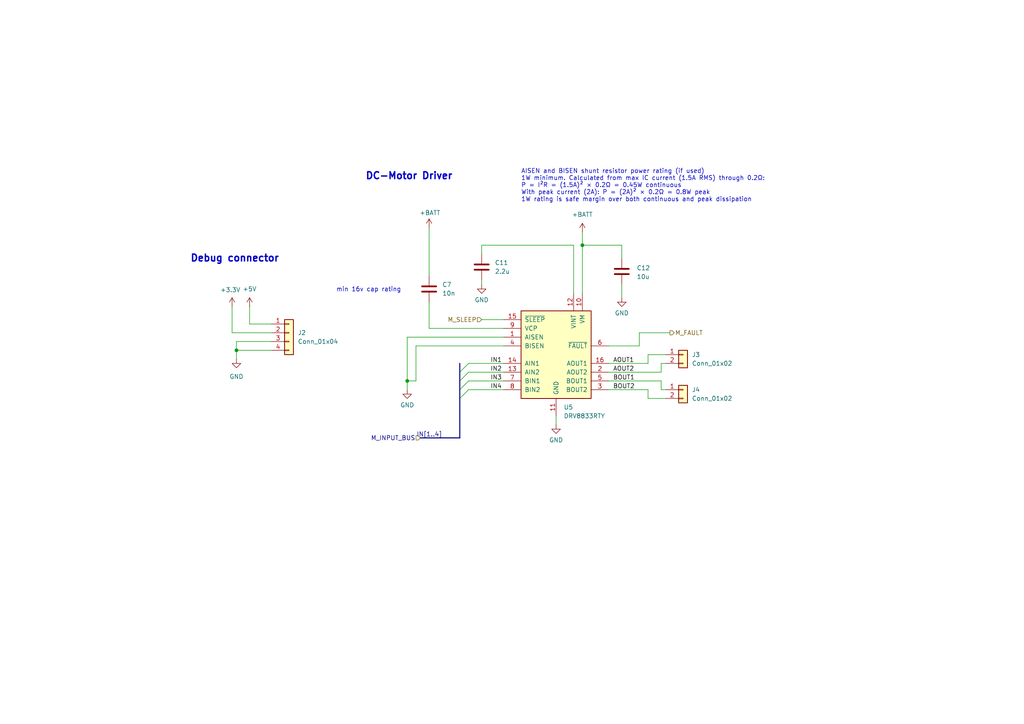
<source format=kicad_sch>
(kicad_sch (version 20231120) (generator "eeschema") (generator_version "8.0")
  (paper "A4")
  (lib_symbols
    (symbol "Connector_Generic:Conn_01x02" (pin_names (offset 1.016) hide)
      (property "Reference" "J" (at 0 2.54 0))
      (property "Value" "Conn_01x02" (at 0 -5.08 0))
      (symbol "Conn_01x02_1_1"
        (rectangle (start -1.27 -2.413) (end 0 -2.667) (stroke (width 0.1524)))
        (rectangle (start -1.27 0.127) (end 0 -0.127) (stroke (width 0.1524)))
        (rectangle (start -1.27 1.27) (end 1.27 -3.81) (stroke (width 0.254)) (fill (type background)))
        (pin passive line (at -5.08 0 0) (length 3.81) (name "Pin_1") (number "1"))
        (pin passive line (at -5.08 -2.54 0) (length 3.81) (name "Pin_2") (number "2"))
      )
    )
    (symbol "Connector_Generic:Conn_01x04" (pin_names (offset 1.016) hide)
      (property "Reference" "J" (at 0 5.08 0))
      (property "Value" "Conn_01x04" (at 0 -7.62 0))
      (symbol "Conn_01x04_1_1"
        (rectangle (start -1.27 -4.953) (end 0 -5.207) (stroke (width 0.1524)))
        (rectangle (start -1.27 -2.413) (end 0 -2.667) (stroke (width 0.1524)))
        (rectangle (start -1.27 0.127) (end 0 -0.127) (stroke (width 0.1524)))
        (rectangle (start -1.27 2.667) (end 0 2.413) (stroke (width 0.1524)))
        (rectangle (start -1.27 3.81) (end 1.27 -6.35) (stroke (width 0.254)) (fill (type background)))
        (pin passive line (at -5.08 2.54 0) (length 3.81) (name "Pin_1") (number "1"))
        (pin passive line (at -5.08 0 0) (length 3.81) (name "Pin_2") (number "2"))
        (pin passive line (at -5.08 -2.54 0) (length 3.81) (name "Pin_3") (number "3"))
        (pin passive line (at -5.08 -5.08 0) (length 3.81) (name "Pin_4") (number "4"))
      )
    )
    (symbol "Device:C" (pin_numbers hide) (pin_names (offset 0.254))
      (property "Reference" "C" (at 0.635 2.54 0))
      (property "Value" "C" (at 0.635 -2.54 0))
      (symbol "C_0_1"
        (polyline (pts (xy -2.032 -0.762) (xy 2.032 -0.762)) (stroke (width 0.508)))
        (polyline (pts (xy -2.032 0.762) (xy 2.032 0.762)) (stroke (width 0.508)))
      )
      (symbol "C_1_1"
        (pin passive line (at 0 3.81 270) (length 2.794) (name "~") (number "1"))
        (pin passive line (at 0 -3.81 90) (length 2.794) (name "~") (number "2"))
      )
    )
    (symbol "Driver_Motor:DRV8833RTY" (pin_names (offset 1.016))
      (property "Reference" "U" (at -3.81 16.51 0))
      (property "Value" "DRV8833RTY" (at -3.81 13.97 0))
      (symbol "DRV8833RTY_0_1"
        (rectangle (start -10.16 12.7) (end 10.16 -12.7) (stroke (width 0.254)) (fill (type background)))
      )
      (symbol "DRV8833RTY_1_1"
        (pin bidirectional line (at -15.24 5.08 0) (length 5.08) (name "AISEN") (number "1"))
        (pin power_in line (at 7.62 17.78 270) (length 5.08) (name "VM") (number "10"))
        (pin power_in line (at 0 -17.78 90) (length 5.08) (name "GND") (number "11"))
        (pin power_in line (at 5.08 17.78 270) (length 5.08) (name "VINT") (number "12"))
        (pin input line (at -15.24 -5.08 0) (length 5.08) (name "AIN2") (number "13"))
        (pin input line (at -15.24 -2.54 0) (length 5.08) (name "AIN1") (number "14"))
        (pin input line (at -15.24 10.16 0) (length 5.08) (name "~{SLEEP}") (number "15"))
        (pin power_out line (at 15.24 -2.54 180) (length 5.08) (name "AOUT1") (number "16"))
        (pin passive line (at 0 -17.78 90) (length 5.08) hide (name "GND") (number "17"))
        (pin power_out line (at 15.24 -5.08 180) (length 5.08) (name "AOUT2") (number "2"))
        (pin power_out line (at 15.24 -10.16 180) (length 5.08) (name "BOUT2") (number "3"))
        (pin bidirectional line (at -15.24 2.54 0) (length 5.08) (name "BISEN") (number "4"))
        (pin power_out line (at 15.24 -7.62 180) (length 5.08) (name "BOUT1") (number "5"))
        (pin open_collector line (at 15.24 2.54 180) (length 5.08) (name "~{FAULT}") (number "6"))
        (pin input line (at -15.24 -7.62 0) (length 5.08) (name "BIN1") (number "7"))
        (pin input line (at -15.24 -10.16 0) (length 5.08) (name "BIN2") (number "8"))
        (pin bidirectional line (at -15.24 7.62 0) (length 5.08) (name "VCP") (number "9"))
      )
    )
    (symbol "power:+3.3V" (power) (pin_names (offset 0))
      (property "Value" "+3.3V" (at 0 3.556 0))
      (symbol "+3.3V_0_1"
        (polyline (pts (xy -0.762 1.27) (xy 0 2.54)))
        (polyline (pts (xy 0 0) (xy 0 2.54)))
        (polyline (pts (xy 0 2.54) (xy 0.762 1.27)))
      )
      (symbol "+3.3V_1_1"
        (pin power_in line (at 0 0 90) (length 0) hide (name "+3.3V") (number "1"))
      )
    )
    (symbol "power:+5V" (power) (pin_numbers hide) (pin_names (offset 0) hide)
      (property "Value" "+5V" (at 0 3.556 0))
      (symbol "+5V_0_1"
        (polyline (pts (xy -0.762 1.27) (xy 0 2.54)))
        (polyline (pts (xy 0 0) (xy 0 2.54)))
        (polyline (pts (xy 0 2.54) (xy 0.762 1.27)))
      )
      (symbol "+5V_1_1"
        (pin power_in line (at 0 0 90) (length 0) (name "~") (number "1"))
      )
    )
    (symbol "power:+BATT" (power) (pin_numbers hide) (pin_names (offset 0) hide)
      (property "Value" "+BATT" (at 0 3.556 0))
      (symbol "+BATT_0_1"
        (polyline (pts (xy -0.762 1.27) (xy 0 2.54)))
        (polyline (pts (xy 0 0) (xy 0 2.54)))
        (polyline (pts (xy 0 2.54) (xy 0.762 1.27)))
      )
      (symbol "+BATT_1_1"
        (pin power_in line (at 0 0 90) (length 0) (name "~") (number "1"))
      )
    )
    (symbol "power:GND" (power) (pin_names (offset 0))
      (property "Value" "GND" (at 0 -3.81 0))
      (symbol "GND_0_1"
        (polyline (pts (xy 0 0) (xy 0 -1.27) (xy 1.27 -1.27) (xy 0 -2.54) (xy -1.27 -1.27) (xy 0 -1.27)))
      )
      (symbol "GND_1_1"
        (pin power_in line (at 0 0 270) (length 0) hide (name "GND") (number "1"))
      )
    )
  )
  (junction (at 68.58 101.6))
  (junction (at 118.11 110.49))
  (junction (at 168.91 71.12))
  (bus_entry (at 135.89 105.41) (size -2.54 2.54))
  (bus_entry (at 135.89 110.49) (size -2.54 2.54))
  (bus_entry (at 135.89 113.03) (size -2.54 2.54))
  (bus_entry (at 135.89 107.95) (size -2.54 2.54))
  (wire (pts (xy 124.46 80.01) (xy 124.46 66.04)))
  (bus (pts (xy 133.35 110.49) (xy 133.35 113.03)))
  (wire (pts (xy 118.11 110.49) (xy 118.11 113.03)))
  (wire (pts (xy 180.34 82.55) (xy 180.34 86.36)))
  (wire (pts (xy 168.91 71.12) (xy 180.34 71.12)))
  (wire (pts (xy 120.65 110.49) (xy 118.11 110.49)))
  (bus (pts (xy 133.35 115.57) (xy 133.35 127)))
  (wire (pts (xy 187.96 102.87) (xy 193.04 102.87)))
  (wire (pts (xy 78.74 99.06) (xy 68.58 99.06)))
  (wire (pts (xy 191.77 105.41) (xy 193.04 105.41)))
  (wire (pts (xy 187.96 102.87) (xy 187.96 105.41)))
  (wire (pts (xy 180.34 71.12) (xy 180.34 74.93)))
  (wire (pts (xy 191.77 113.03) (xy 193.04 113.03)))
  (wire (pts (xy 185.42 96.52) (xy 194.31 96.52)))
  (wire (pts (xy 161.29 120.65) (xy 161.29 123.19)))
  (wire (pts (xy 135.89 107.95) (xy 146.05 107.95)))
  (wire (pts (xy 78.74 96.52) (xy 67.31 96.52)))
  (wire (pts (xy 187.96 115.57) (xy 193.04 115.57)))
  (wire (pts (xy 72.39 88.9) (xy 72.39 93.98)))
  (bus (pts (xy 133.35 107.95) (xy 133.35 110.49)))
  (wire (pts (xy 185.42 96.52) (xy 185.42 100.33)))
  (wire (pts (xy 139.7 92.71) (xy 146.05 92.71)))
  (wire (pts (xy 176.53 113.03) (xy 187.96 113.03)))
  (wire (pts (xy 168.91 71.12) (xy 168.91 85.09)))
  (wire (pts (xy 135.89 113.03) (xy 146.05 113.03)))
  (wire (pts (xy 191.77 105.41) (xy 191.77 107.95)))
  (bus (pts (xy 121.92 127) (xy 133.35 127)))
  (wire (pts (xy 166.37 85.09) (xy 166.37 71.12)))
  (bus (pts (xy 133.35 105.41) (xy 133.35 107.95)))
  (wire (pts (xy 78.74 101.6) (xy 68.58 101.6)))
  (wire (pts (xy 139.7 71.12) (xy 139.7 73.66)))
  (wire (pts (xy 187.96 115.57) (xy 187.96 113.03)))
  (wire (pts (xy 68.58 99.06) (xy 68.58 101.6)))
  (wire (pts (xy 176.53 107.95) (xy 191.77 107.95)))
  (wire (pts (xy 185.42 100.33) (xy 176.53 100.33)))
  (wire (pts (xy 78.74 93.98) (xy 72.39 93.98)))
  (wire (pts (xy 118.11 97.79) (xy 146.05 97.79)))
  (wire (pts (xy 135.89 105.41) (xy 146.05 105.41)))
  (wire (pts (xy 67.31 88.9) (xy 67.31 96.52)))
  (wire (pts (xy 146.05 100.33) (xy 120.65 100.33)))
  (wire (pts (xy 166.37 71.12) (xy 139.7 71.12)))
  (wire (pts (xy 118.11 97.79) (xy 118.11 110.49)))
  (wire (pts (xy 176.53 110.49) (xy 191.77 110.49)))
  (wire (pts (xy 146.05 95.25) (xy 124.46 95.25)))
  (wire (pts (xy 139.7 81.28) (xy 139.7 82.55)))
  (wire (pts (xy 176.53 105.41) (xy 187.96 105.41)))
  (wire (pts (xy 68.58 101.6) (xy 68.58 104.14)))
  (wire (pts (xy 120.65 100.33) (xy 120.65 110.49)))
  (wire (pts (xy 168.91 67.31) (xy 168.91 71.12)))
  (wire (pts (xy 124.46 95.25) (xy 124.46 87.63)))
  (bus (pts (xy 133.35 113.03) (xy 133.35 115.57)))
  (wire (pts (xy 191.77 113.03) (xy 191.77 110.49)))
  (wire (pts (xy 135.89 110.49) (xy 146.05 110.49)))
  (text "min 16v cap rating" (at 106.934 84.074 0) (effects (font (size 1.27 1.27))))
  (text "Debug connector" (at 55.118 76.2 0) (effects (font (size 2 2) (thickness 0.4) (bold yes)) (justify left bottom)))
  (text "AISEN and BISEN shunt resistor power rating (if used)\n1W minimum. Calculated from max IC current (1.5A RMS) through 0.2Ω:\nP = I²R = (1.5A)² × 0.2Ω = 0.45W continuous\nWith peak current (2A): P = (2A)² × 0.2Ω = 0.8W peak\n1W rating is safe margin over both continuous and peak dissipation" (at 151.13 53.848 0) (effects (font (size 1.27 1.27)) (justify left)))
  (text "DC-Motor Driver" (at 105.918 52.324 0) (effects (font (size 2 2) (thickness 0.4) (bold yes)) (justify left bottom)))
  (label "IN2" (at 142.24 107.95 0))
  (label "IN4" (at 142.24 113.03 0))
  (label "IN[1..4]" (at 128.27 127 180))
  (label "AOUT2" (at 177.8 107.95 0))
  (label "BOUT2" (at 177.8 113.03 0))
  (label "AOUT1" (at 177.8 105.41 0))
  (label "IN1" (at 142.24 105.41 0))
  (label "IN3" (at 142.24 110.49 0))
  (label "BOUT1" (at 177.8 110.49 0))
  (hierarchical_label "M_FAULT" (shape output) (at 194.31 96.52 0))
  (hierarchical_label "M_SLEEP" (shape input) (at 139.7 92.71 180))
  (hierarchical_label "M_INPUT_BUS" (shape input) (at 121.92 127 180))
  (symbol (lib_id "Connector_Generic:Conn_01x02") (at 198.12 113.03 0) (unit 1)
    (property "Reference" "J4" (at 200.66 113.0299 0) (effects (justify left)))
    (property "Value" "Conn_01x02" (at 200.66 115.5699 0) (effects (justify left)))
    (property "Footprint" "Connector_PinHeader_2.54mm:PinHeader_1x02_P2.54mm_Vertical" (effects (hide yes)))
    (property "Description" "Generic connector, single row, 01x02, script generated (kicad-library-utils/schlib/autogen/connector/)" (effects (hide yes)))
  )
  (symbol (lib_id "Device:C") (at 124.46 83.82 0) (unit 1)
    (property "Reference" "C7" (at 128.27 82.5499 0) (effects (justify left)))
    (property "Value" "10n" (at 128.27 85.0899 0) (effects (justify left)))
    (property "Footprint" "Capacitor_SMD:C_0402_1005Metric" (effects (hide yes)))
    (property "Description" "Unpolarized capacitor" (effects (hide yes)))
  )
  (symbol (lib_id "power:+3.3V") (at 67.31 88.9 0) (unit 1)
    (property "Reference" "#PWR011" (effects (hide yes)))
    (property "Value" "+3.3V" (at 66.802 84.074 0))
  )
  (symbol (lib_id "power:GND") (at 180.34 86.36 0) (unit 1)
    (property "Reference" "#PWR032" (effects (hide yes)))
    (property "Value" "GND" (at 180.34 90.805 0))
  )
  (symbol (lib_id "power:GND") (at 68.58 104.14 0) (unit 1)
    (property "Reference" "#PWR012" (effects (hide yes)))
    (property "Value" "GND" (at 68.58 109.22 0))
    (property "Description" "Power symbol creates a global label with name \"GND\" , ground" (effects (hide yes)))
  )
  (symbol (lib_id "Device:C") (at 139.7 77.47 0) (unit 1)
    (property "Reference" "C11" (at 143.51 76.1999 0) (effects (justify left)))
    (property "Value" "2.2u" (at 143.51 78.7399 0) (effects (justify left)))
    (property "Footprint" "Capacitor_SMD:C_0603_1608Metric" (effects (hide yes)))
    (property "Description" "Unpolarized capacitor" (effects (hide yes)))
  )
  (symbol (lib_id "power:+BATT") (at 168.91 67.31 0) (unit 1)
    (property "Reference" "#PWR031" (effects (hide yes)))
    (property "Value" "+BATT" (at 168.91 62.23 0))
    (property "Description" "Power symbol creates a global label with name \"+BATT\"" (effects (hide yes)))
  )
  (symbol (lib_id "Device:C") (at 180.34 78.74 0) (unit 1)
    (property "Reference" "C12" (at 184.658 77.724 0) (effects (justify left)))
    (property "Value" "10u" (at 184.658 80.264 0) (effects (justify left)))
    (property "Footprint" "Capacitor_SMD:C_0603_1608Metric" (effects (hide yes)))
    (property "Description" "Unpolarized capacitor" (effects (hide yes)))
  )
  (symbol (lib_id "power:+BATT") (at 124.46 66.04 0) (unit 1)
    (property "Reference" "#PWR08" (effects (hide yes)))
    (property "Value" "+BATT" (at 124.714 61.722 0))
    (property "Description" "Power symbol creates a global label with name \"+BATT\"" (effects (hide yes)))
  )
  (symbol (lib_id "power:GND") (at 161.29 123.19 0) (unit 1)
    (property "Reference" "#PWR030" (effects (hide yes)))
    (property "Value" "GND" (at 161.29 127.635 0))
  )
  (symbol (lib_id "power:GND") (at 139.7 82.55 0) (unit 1)
    (property "Reference" "#PWR025" (effects (hide yes)))
    (property "Value" "GND" (at 139.7 86.995 0))
  )
  (symbol (lib_id "Driver_Motor:DRV8833RTY") (at 161.29 102.87 0) (unit 1)
    (property "Reference" "U5" (at 163.4841 118.11 0) (effects (justify left)))
    (property "Value" "DRV8833RTY" (at 163.4841 120.65 0) (effects (justify left)))
    (property "Footprint" "Package_DFN_QFN:Texas_RTY_WQFN-16-1EP_4x4mm_P0.65mm_EP2.1x2.1mm_ThermalVias" (effects (hide yes)))
    (property "Datasheet" "http://www.ti.com/lit/ds/symlink/drv8833.pdf" (effects (hide yes)))
    (property "Description" "Dual H-Bridge Motor Driver, WQFN-16" (effects (hide yes)))
  )
  (symbol (lib_id "power:GND") (at 118.11 113.03 0) (unit 1)
    (property "Reference" "#PWR04" (effects (hide yes)))
    (property "Value" "GND" (at 118.11 117.475 0))
  )
  (symbol (lib_id "power:+5V") (at 72.39 88.9 0) (unit 1)
    (property "Reference" "#PWR09" (effects (hide yes)))
    (property "Value" "+5V" (at 72.39 83.82 0))
    (property "Description" "Power symbol creates a global label with name \"+5V\"" (effects (hide yes)))
  )
  (symbol (lib_id "Connector_Generic:Conn_01x02") (at 198.12 102.87 0) (unit 1)
    (property "Reference" "J3" (at 200.66 102.8699 0) (effects (justify left)))
    (property "Value" "Conn_01x02" (at 200.66 105.4099 0) (effects (justify left)))
    (property "Footprint" "Connector_PinHeader_2.54mm:PinHeader_1x02_P2.54mm_Vertical" (effects (hide yes)))
    (property "Description" "Generic connector, single row, 01x02, script generated (kicad-library-utils/schlib/autogen/connector/)" (effects (hide yes)))
  )
  (symbol (lib_id "Connector_Generic:Conn_01x04") (at 83.82 96.52 0) (unit 1)
    (property "Reference" "J2" (at 86.36 96.5199 0) (effects (justify left)))
    (property "Value" "Conn_01x04" (at 86.36 99.0599 0) (effects (justify left)))
    (property "Footprint" "Connector_PinHeader_2.54mm:PinHeader_1x04_P2.54mm_Vertical" (effects (hide yes)))
    (property "Description" "Generic connector, single row, 01x04, script generated (kicad-library-utils/schlib/autogen/connector/)" (effects (hide yes)))
  )
)
</source>
